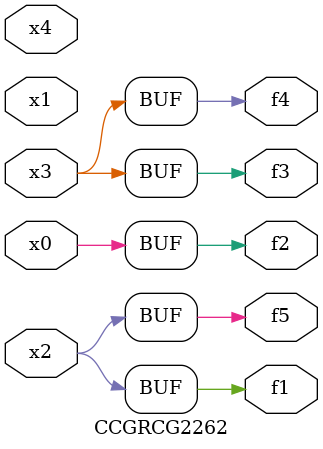
<source format=v>
module CCGRCG2262(
	input x0, x1, x2, x3, x4,
	output f1, f2, f3, f4, f5
);
	assign f1 = x2;
	assign f2 = x0;
	assign f3 = x3;
	assign f4 = x3;
	assign f5 = x2;
endmodule

</source>
